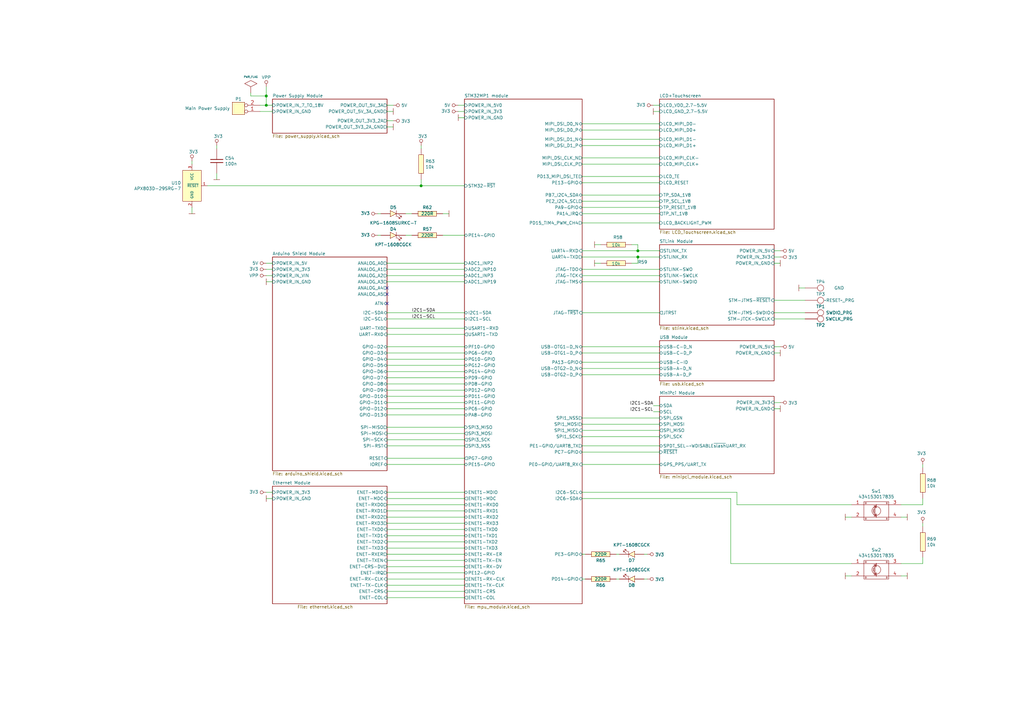
<source format=kicad_sch>
(kicad_sch (version 20210406) (generator eeschema)
  (paper "A3")
  (title_block (title "stm32mp1-custom-devboard") (date "2020-12-19") (rev "V1.0") (company "Embedded System Labs"))
  (lib_symbols
    (symbol "Capacitors_Smd0603:100n" (pin_numbers hide) (pin_names (offset 0.254))
      (property "Reference" "C" (at 1.27 2.54 0))
      (property "Value" "100n" (at 1.27 -2.54 0))
      (symbol "100n_0_1"
        (polyline (pts (xy 2.54 -0.635) (xy -2.54 -0.635) (xy -2.54 -0.635)) (stroke (width 0.3048)))
        (polyline (pts (xy 2.54 0.635) (xy -2.54 0.635) (xy -2.54 0.635)) (stroke (width 0.3048)))
      )
      (symbol "100n_1_1"
        (pin passive line (at 0 5.08 270) (length 4.4704) (name "~") (number "1"))
        (pin passive line (at 0 -5.08 90) (length 4.4704) (name "~") (number "2"))
      )
    )
    (symbol "Diodes:KPG-1608SURKC-T" (pin_numbers hide) (pin_names (offset 0) hide)
      (property "Reference" "D" (at 0 2.54 0))
      (property "Value" "KPG-1608SURKC-T" (at 0 -3.81 0))
      (symbol "KPG-1608SURKC-T_1_1"
        (polyline (pts (xy -1.27 1.27) (xy -1.27 -1.27)))
        (polyline (pts (xy 1.27 1.27) (xy 1.27 -1.27)))
        (polyline (pts (xy 2.794 -2.032) (xy 2.159 -1.905)))
        (polyline (pts (xy 3.429 -1.397) (xy 2.794 -1.27)))
        (polyline (pts (xy 1.651 -1.016) (xy 2.794 -2.032) (xy 2.667 -1.397)))
        (polyline (pts (xy 2.286 -0.381) (xy 3.429 -1.397) (xy 3.302 -0.762)))
        (polyline (pts (xy -1.27 1.27) (xy 1.27 0) (xy -1.27 -1.27)) (fill (type background)))
        (pin passive line (at -5.08 0 0) (length 3.81) (name "A") (number "1"))
        (pin passive line (at 5.08 0 180) (length 3.81) (name "K") (number "2"))
      )
    )
    (symbol "Diodes:KPT-1608CGCK" (pin_numbers hide) (pin_names (offset 0) hide)
      (property "Reference" "D" (at 0 3.81 0))
      (property "Value" "KPT-1608CGCK" (at 0 -3.81 0))
      (symbol "KPT-1608CGCK_1_1"
        (polyline (pts (xy -1.27 1.27) (xy -1.27 -1.27)))
        (polyline (pts (xy 1.27 1.27) (xy 1.27 -1.27)))
        (polyline (pts (xy 2.794 -2.032) (xy 2.159 -1.905)))
        (polyline (pts (xy 3.429 -1.397) (xy 2.794 -1.27)))
        (polyline (pts (xy 1.651 -1.016) (xy 2.794 -2.032) (xy 2.667 -1.397)))
        (polyline (pts (xy 2.286 -0.381) (xy 3.429 -1.397) (xy 3.302 -0.762)))
        (polyline (pts (xy -1.27 1.27) (xy 1.27 0) (xy -1.27 -1.27)) (fill (type background)))
        (pin passive line (at -5.08 0 0) (length 3.81) (name "A") (number "1"))
        (pin passive line (at 5.08 0 180) (length 3.81) (name "K") (number "2"))
      )
    )
    (symbol "Microswitches:434153017835" (pin_names (offset 1.016))
      (property "Reference" "Sw" (at 0 -5.08 0))
      (property "Value" "434153017835" (at 0 6.35 0))
      (symbol "434153017835_1_1"
        (circle (center -4.318 -3.175) (radius 0.2794))
        (circle (center -4.318 3.175) (radius 0.2794))
        (circle (center 0 -2.54) (radius 0.1016))
        (circle (center 0 0) (radius 1.8034))
        (circle (center 0 2.54) (radius 0.1016))
        (circle (center 4.318 -3.175) (radius 0.2794))
        (circle (center 4.318 3.175) (radius 0.2794))
        (rectangle (start -5.08 3.81) (end 5.08 -3.81))
        (polyline (pts (xy -5.08 -2.54) (xy 5.08 -2.54)))
        (polyline (pts (xy -5.08 2.54) (xy 5.08 2.54)))
        (polyline (pts (xy 0 -2.54) (xy 0 -1.27)))
        (polyline (pts (xy 0 2.54) (xy 0 1.27)))
        (polyline (pts (xy -0.889 -0.508) (xy -1.27 -0.508) (xy -1.27 0.508) (xy -0.889 0.508)))
        (polyline (pts (xy 0 -1.27) (xy -0.254 -1.27) (xy -0.254 -2.159) (xy 0 -2.159)))
        (polyline (pts (xy 0 1.27) (xy -0.254 1.27) (xy -0.254 2.159) (xy 0 2.159)))
        (polyline (pts (xy -0.508 -2.159) (xy -0.508 2.159) (xy -0.889 2.159) (xy -0.889 -2.159) (xy -0.508 -2.159)))
        (pin input line (at -10.16 2.54 0) (length 5.08) (name "~") (number "1"))
        (pin input line (at -10.16 -2.54 0) (length 5.08) (name "~") (number "2"))
        (pin input line (at 10.16 2.54 180) (length 5.08) (name "~") (number "3"))
        (pin input line (at 10.16 -2.54 180) (length 5.08) (name "~") (number "4"))
      )
    )
    (symbol "Reset_Devices_Diodes:APX803D-29SRG-7" (pin_names (offset 1.016))
      (property "Reference" "U" (at -5.08 1.27 0))
      (property "Value" "APX803D-29SRG-7" (at -13.97 -1.27 0))
      (symbol "APX803D-29SRG-7_1_1"
        (rectangle (start 3.81 -6.35) (end -3.81 6.35) (fill (type background)))
        (pin output line (at 6.35 0 180) (length 2.54) (name "~RESET") (number "1"))
        (pin power_in line (at 0 -8.89 90) (length 2.54) (name "GND") (number "2"))
        (pin power_in line (at 0 8.89 270) (length 2.54) (name "VCC") (number "3"))
      )
    )
    (symbol "Resistors_Smd0603:10k" (pin_numbers hide) (pin_names (offset 0))
      (property "Reference" "R" (at 2.032 0 90))
      (property "Value" "10k" (at -2.54 0 90))
      (symbol "10k_0_1"
        (rectangle (start -1.016 3.81) (end 1.016 -3.81) (fill (type background)))
      )
      (symbol "10k_1_1"
        (pin passive line (at 0 6.35 270) (length 2.54) (name "~") (number "1"))
        (pin passive line (at 0 -6.35 90) (length 2.54) (name "~") (number "2"))
      )
    )
    (symbol "Resistors_Smd0603:220R" (pin_numbers hide) (pin_names (offset 1.016))
      (property "Reference" "R" (at -2.54 0 90))
      (property "Value" "220R" (at 2.54 0 90))
      (symbol "220R_1_1"
        (rectangle (start -1.016 3.81) (end 1.016 -3.81) (fill (type background)))
        (pin passive line (at 0 6.35 270) (length 2.54) (name "~") (number "1"))
        (pin passive line (at 0 -6.35 90) (length 2.54) (name "~") (number "2"))
      )
    )
    (symbol "Smd_Connectors:2060-452_998-404" (pin_names (offset 0.762) hide)
      (property "Reference" "P" (at 0 3.81 0))
      (property "Value" "2060-452_998-404" (at 3.81 0 90))
      (symbol "2060-452_998-404_0_1"
        (rectangle (start -2.54 2.54) (end 2.54 -2.54) (fill (type background)))
      )
      (symbol "2060-452_998-404_1_1"
        (pin passive inverted (at -8.89 1.27 0) (length 6.35) (name "1") (number "1"))
        (pin passive inverted (at -8.89 -1.27 0) (length 6.35) (name "2") (number "2"))
      )
    )
    (symbol "Test_Points:Test_Point_2.54mm" (pin_numbers hide) (pin_names (offset 1.016) hide)
      (property "Reference" "TP" (at 0 -2.54 0))
      (property "Value" "Test_Point_2.54mm" (at 0 2.54 0))
      (symbol "Test_Point_2.54mm_1_1"
        (circle (center 0 0) (radius 1.27))
        (pin passive line (at 6.35 0 180) (length 5.08) (name "TP") (number "1"))
      )
    )
    (symbol "power:3V3" (power) (pin_names (offset 0))
      (property "Value" "3V3" (at 0 3.81 0))
      (symbol "3V3_0_0"
        (pin power_in line (at 0 0 90) (length 0) hide (name "3V3") (number "1"))
      )
      (symbol "3V3_0_1"
        (circle (center 0 1.905) (radius 0.635))
        (polyline (pts (xy 0 1.27) (xy 0 0)))
      )
    )
    (symbol "power:5V" (power) (pin_names (offset 0))
      (property "Value" "5V" (at 0 3.81 0))
      (symbol "5V_0_0"
        (pin power_in line (at 0 0 90) (length 0) hide (name "5V") (number "1"))
      )
      (symbol "5V_0_1"
        (circle (center 0 1.905) (radius 0.635))
        (polyline (pts (xy 0 1.27) (xy 0 0)))
      )
    )
    (symbol "power:GND" (power) (pin_names (offset 0))
      (symbol "GND_0_1"
        (polyline (pts (xy -1.27 0) (xy 1.27 0)))
      )
      (symbol "GND_1_1"
        (pin power_in line (at 0 0 180) (length 0) hide (name "GND") (number "1"))
      )
    )
    (symbol "power:PWR_FLAG" (power) (pin_numbers hide) (pin_names (offset 0) hide)
      (property "Value" "PWR_FLAG" (at 0 5.842 0))
      (symbol "PWR_FLAG_0_0"
        (pin power_out line (at 0 0 90) (length 0) (name "pwr") (number "1"))
      )
      (symbol "PWR_FLAG_0_1"
        (polyline (pts (xy 0 0) (xy 0 2.54) (xy 0 2.54)))
        (polyline (pts (xy 0 2.54) (xy -2.54 3.81) (xy 0 5.08) (xy 2.54 3.81) (xy 0 2.54)))
      )
    )
    (symbol "power:VPP" (power) (pin_names (offset 0))
      (property "Value" "VPP" (at 0 3.81 0))
      (symbol "VPP_0_0"
        (pin power_in line (at 0 0 90) (length 0) hide (name "VPP") (number "1"))
      )
      (symbol "VPP_0_1"
        (circle (center 0 1.905) (radius 0.635))
        (polyline (pts (xy 0 1.27) (xy 0 0)))
      )
    )
  )
  (junction (at 109.22 39.37) (diameter 1.016))
  (junction (at 109.22 43.18) (diameter 1.016))
  (junction (at 172.72 76.2) (diameter 1.016))
  (junction (at 261.62 102.87) (diameter 1.016))
  (junction (at 261.62 105.41) (diameter 1.016))
  (no_connect (at 158.75 118.11))
  (no_connect (at 158.75 120.65))
  (no_connect (at 158.75 124.46))
  (wire (pts (xy 78.74 67.31) (xy 78.74 66.04)))
  (wire (pts (xy 78.74 85.09) (xy 78.74 87.63)))
  (wire (pts (xy 88.9 59.69) (xy 88.9 60.96)))
  (wire (pts (xy 88.9 71.12) (xy 88.9 73.66)))
  (wire (pts (xy 102.87 38.1) (xy 102.87 39.37)))
  (wire (pts (xy 102.87 39.37) (xy 109.22 39.37)))
  (wire (pts (xy 106.68 43.18) (xy 109.22 43.18)))
  (wire (pts (xy 106.68 45.72) (xy 111.76 45.72)))
  (wire (pts (xy 109.22 39.37) (xy 109.22 35.56)))
  (wire (pts (xy 109.22 43.18) (xy 109.22 39.37)))
  (wire (pts (xy 109.22 43.18) (xy 111.76 43.18)))
  (wire (pts (xy 109.22 201.93) (xy 111.76 201.93)))
  (wire (pts (xy 111.76 107.95) (xy 109.22 107.95)))
  (wire (pts (xy 111.76 110.49) (xy 109.22 110.49)))
  (wire (pts (xy 111.76 113.03) (xy 109.22 113.03)))
  (wire (pts (xy 111.76 115.57) (xy 109.22 115.57)))
  (wire (pts (xy 111.76 204.47) (xy 109.22 204.47)))
  (wire (pts (xy 156.21 87.63) (xy 154.94 87.63)))
  (wire (pts (xy 156.21 96.52) (xy 154.94 96.52)))
  (wire (pts (xy 158.75 45.72) (xy 161.29 45.72)))
  (wire (pts (xy 158.75 52.07) (xy 161.29 52.07)))
  (wire (pts (xy 158.75 107.95) (xy 190.5 107.95)))
  (wire (pts (xy 158.75 110.49) (xy 190.5 110.49)))
  (wire (pts (xy 158.75 113.03) (xy 190.5 113.03)))
  (wire (pts (xy 158.75 115.57) (xy 190.5 115.57)))
  (wire (pts (xy 158.75 128.27) (xy 190.5 128.27)))
  (wire (pts (xy 158.75 130.81) (xy 190.5 130.81)))
  (wire (pts (xy 158.75 134.62) (xy 190.5 134.62)))
  (wire (pts (xy 158.75 137.16) (xy 190.5 137.16)))
  (wire (pts (xy 158.75 142.24) (xy 190.5 142.24)))
  (wire (pts (xy 158.75 144.78) (xy 190.5 144.78)))
  (wire (pts (xy 158.75 147.32) (xy 190.5 147.32)))
  (wire (pts (xy 158.75 149.86) (xy 190.5 149.86)))
  (wire (pts (xy 158.75 152.4) (xy 190.5 152.4)))
  (wire (pts (xy 158.75 154.94) (xy 190.5 154.94)))
  (wire (pts (xy 158.75 157.48) (xy 190.5 157.48)))
  (wire (pts (xy 158.75 160.02) (xy 190.5 160.02)))
  (wire (pts (xy 158.75 162.56) (xy 190.5 162.56)))
  (wire (pts (xy 158.75 165.1) (xy 190.5 165.1)))
  (wire (pts (xy 158.75 167.64) (xy 190.5 167.64)))
  (wire (pts (xy 158.75 170.18) (xy 190.5 170.18)))
  (wire (pts (xy 158.75 175.26) (xy 190.5 175.26)))
  (wire (pts (xy 158.75 177.8) (xy 190.5 177.8)))
  (wire (pts (xy 158.75 180.34) (xy 190.5 180.34)))
  (wire (pts (xy 158.75 182.88) (xy 190.5 182.88)))
  (wire (pts (xy 158.75 187.96) (xy 190.5 187.96)))
  (wire (pts (xy 158.75 190.5) (xy 190.5 190.5)))
  (wire (pts (xy 158.75 201.93) (xy 190.5 201.93)))
  (wire (pts (xy 158.75 204.47) (xy 190.5 204.47)))
  (wire (pts (xy 158.75 207.01) (xy 190.5 207.01)))
  (wire (pts (xy 158.75 209.55) (xy 190.5 209.55)))
  (wire (pts (xy 158.75 212.09) (xy 190.5 212.09)))
  (wire (pts (xy 158.75 214.63) (xy 190.5 214.63)))
  (wire (pts (xy 158.75 217.17) (xy 190.5 217.17)))
  (wire (pts (xy 158.75 219.71) (xy 190.5 219.71)))
  (wire (pts (xy 158.75 222.25) (xy 190.5 222.25)))
  (wire (pts (xy 158.75 224.79) (xy 190.5 224.79)))
  (wire (pts (xy 158.75 227.33) (xy 190.5 227.33)))
  (wire (pts (xy 158.75 229.87) (xy 190.5 229.87)))
  (wire (pts (xy 158.75 232.41) (xy 190.5 232.41)))
  (wire (pts (xy 158.75 234.95) (xy 190.5 234.95)))
  (wire (pts (xy 158.75 237.49) (xy 190.5 237.49)))
  (wire (pts (xy 158.75 240.03) (xy 190.5 240.03)))
  (wire (pts (xy 158.75 242.57) (xy 190.5 242.57)))
  (wire (pts (xy 158.75 245.11) (xy 190.5 245.11)))
  (wire (pts (xy 161.29 43.18) (xy 158.75 43.18)))
  (wire (pts (xy 161.29 49.53) (xy 158.75 49.53)))
  (wire (pts (xy 168.91 87.63) (xy 166.37 87.63)))
  (wire (pts (xy 168.91 96.52) (xy 166.37 96.52)))
  (wire (pts (xy 172.72 60.96) (xy 172.72 59.69)))
  (wire (pts (xy 172.72 73.66) (xy 172.72 76.2)))
  (wire (pts (xy 172.72 76.2) (xy 85.09 76.2)))
  (wire (pts (xy 181.61 87.63) (xy 184.15 87.63)))
  (wire (pts (xy 181.61 96.52) (xy 190.5 96.52)))
  (wire (pts (xy 190.5 43.18) (xy 187.96 43.18)))
  (wire (pts (xy 190.5 45.72) (xy 187.96 45.72)))
  (wire (pts (xy 190.5 48.26) (xy 187.96 48.26)))
  (wire (pts (xy 190.5 76.2) (xy 172.72 76.2)))
  (wire (pts (xy 238.76 74.93) (xy 270.51 74.93)))
  (wire (pts (xy 238.76 148.59) (xy 270.51 148.59)))
  (wire (pts (xy 238.76 151.13) (xy 270.51 151.13)))
  (wire (pts (xy 238.76 153.67) (xy 270.51 153.67)))
  (wire (pts (xy 238.76 182.88) (xy 270.51 182.88)))
  (wire (pts (xy 238.76 185.42) (xy 270.51 185.42)))
  (wire (pts (xy 238.76 190.5) (xy 270.51 190.5)))
  (wire (pts (xy 238.76 204.47) (xy 299.72 204.47)))
  (wire (pts (xy 238.76 227.33) (xy 240.03 227.33)))
  (wire (pts (xy 238.76 237.49) (xy 240.03 237.49)))
  (wire (pts (xy 246.38 100.33) (xy 243.84 100.33)))
  (wire (pts (xy 246.38 107.95) (xy 243.84 107.95)))
  (wire (pts (xy 252.73 227.33) (xy 254 227.33)))
  (wire (pts (xy 252.73 237.49) (xy 254 237.49)))
  (wire (pts (xy 259.08 100.33) (xy 261.62 100.33)))
  (wire (pts (xy 259.08 107.95) (xy 261.62 107.95)))
  (wire (pts (xy 261.62 100.33) (xy 261.62 102.87)))
  (wire (pts (xy 261.62 102.87) (xy 238.76 102.87)))
  (wire (pts (xy 261.62 105.41) (xy 238.76 105.41)))
  (wire (pts (xy 261.62 107.95) (xy 261.62 105.41)))
  (wire (pts (xy 264.16 227.33) (xy 265.43 227.33)))
  (wire (pts (xy 264.16 237.49) (xy 265.43 237.49)))
  (wire (pts (xy 267.97 43.18) (xy 270.51 43.18)))
  (wire (pts (xy 267.97 166.37) (xy 270.51 166.37)))
  (wire (pts (xy 267.97 168.91) (xy 270.51 168.91)))
  (wire (pts (xy 270.51 45.72) (xy 267.97 45.72)))
  (wire (pts (xy 270.51 50.8) (xy 238.76 50.8)))
  (wire (pts (xy 270.51 53.34) (xy 238.76 53.34)))
  (wire (pts (xy 270.51 57.15) (xy 238.76 57.15)))
  (wire (pts (xy 270.51 59.69) (xy 238.76 59.69)))
  (wire (pts (xy 270.51 64.77) (xy 238.76 64.77)))
  (wire (pts (xy 270.51 67.31) (xy 238.76 67.31)))
  (wire (pts (xy 270.51 72.39) (xy 238.76 72.39)))
  (wire (pts (xy 270.51 80.01) (xy 238.76 80.01)))
  (wire (pts (xy 270.51 82.55) (xy 238.76 82.55)))
  (wire (pts (xy 270.51 85.09) (xy 238.76 85.09)))
  (wire (pts (xy 270.51 87.63) (xy 238.76 87.63)))
  (wire (pts (xy 270.51 91.44) (xy 238.76 91.44)))
  (wire (pts (xy 270.51 102.87) (xy 261.62 102.87)))
  (wire (pts (xy 270.51 105.41) (xy 261.62 105.41)))
  (wire (pts (xy 270.51 110.49) (xy 238.76 110.49)))
  (wire (pts (xy 270.51 113.03) (xy 238.76 113.03)))
  (wire (pts (xy 270.51 115.57) (xy 238.76 115.57)))
  (wire (pts (xy 270.51 128.27) (xy 238.76 128.27)))
  (wire (pts (xy 270.51 142.24) (xy 238.76 142.24)))
  (wire (pts (xy 270.51 144.78) (xy 238.76 144.78)))
  (wire (pts (xy 270.51 171.45) (xy 238.76 171.45)))
  (wire (pts (xy 270.51 173.99) (xy 238.76 173.99)))
  (wire (pts (xy 270.51 176.53) (xy 238.76 176.53)))
  (wire (pts (xy 270.51 179.07) (xy 238.76 179.07)))
  (wire (pts (xy 299.72 204.47) (xy 299.72 231.14)))
  (wire (pts (xy 299.72 231.14) (xy 349.25 231.14)))
  (wire (pts (xy 302.26 201.93) (xy 238.76 201.93)))
  (wire (pts (xy 302.26 207.01) (xy 302.26 201.93)))
  (wire (pts (xy 302.26 207.01) (xy 349.25 207.01)))
  (wire (pts (xy 317.5 102.87) (xy 320.04 102.87)))
  (wire (pts (xy 317.5 107.95) (xy 320.04 107.95)))
  (wire (pts (xy 317.5 123.19) (xy 330.2 123.19)))
  (wire (pts (xy 317.5 128.27) (xy 330.2 128.27)))
  (wire (pts (xy 317.5 142.24) (xy 320.04 142.24)))
  (wire (pts (xy 317.5 144.78) (xy 320.04 144.78)))
  (wire (pts (xy 317.5 167.64) (xy 320.04 167.64)))
  (wire (pts (xy 320.04 105.41) (xy 317.5 105.41)))
  (wire (pts (xy 320.04 165.1) (xy 317.5 165.1)))
  (wire (pts (xy 330.2 118.11) (xy 327.66 118.11)))
  (wire (pts (xy 330.2 130.81) (xy 317.5 130.81)))
  (wire (pts (xy 349.25 212.09) (xy 346.71 212.09)))
  (wire (pts (xy 349.25 236.22) (xy 346.71 236.22)))
  (wire (pts (xy 369.57 207.01) (xy 378.46 207.01)))
  (wire (pts (xy 369.57 212.09) (xy 372.11 212.09)))
  (wire (pts (xy 369.57 231.14) (xy 378.46 231.14)))
  (wire (pts (xy 369.57 236.22) (xy 372.11 236.22)))
  (wire (pts (xy 378.46 190.5) (xy 378.46 191.77)))
  (wire (pts (xy 378.46 207.01) (xy 378.46 204.47)))
  (wire (pts (xy 378.46 214.63) (xy 378.46 215.9)))
  (wire (pts (xy 378.46 231.14) (xy 378.46 228.6)))
  (label "I2C1-SDA" (at 168.91 128.27 0))
  (label "I2C1-SCL" (at 168.91 130.81 0))
  (label "I2C1-SDA" (at 267.97 166.37 180))
  (label "I2C1-SCL" (at 267.97 168.91 180))
  (symbol (lib_id "power:GND") (at 78.74 87.63 180) (unit 1)
    (property "Reference" "#PWR0188" (effects hide))
    (property "Value" "GND" (effects hide))
  )
  (symbol (lib_id "power:GND") (at 88.9 73.66 0) (unit 1)
    (property "Reference" "#PWR0190" (effects hide))
    (property "Value" "GND" (effects hide))
  )
  (symbol (lib_id "power:GND") (at 109.22 115.57 90) (unit 1)
    (property "Reference" "#PWR0167" (effects hide))
    (property "Value" "GND" (effects hide))
  )
  (symbol (lib_id "power:GND") (at 109.22 204.47 90) (unit 1)
    (property "Reference" "#PWR0142" (effects hide))
    (property "Value" "GND" (effects hide))
  )
  (symbol (lib_id "power:GND") (at 161.29 45.72 270) (unit 1)
    (property "Reference" "#PWR0109" (effects hide))
    (property "Value" "GND" (effects hide))
  )
  (symbol (lib_id "power:GND") (at 161.29 52.07 270) (unit 1)
    (property "Reference" "#PWR0110" (effects hide))
    (property "Value" "GND" (effects hide))
  )
  (symbol (lib_id "power:GND") (at 184.15 87.63 90) (unit 1)
    (property "Reference" "#PWR0196" (effects hide))
    (property "Value" "GND" (effects hide))
  )
  (symbol (lib_id "power:GND") (at 187.96 48.26 90) (unit 1)
    (property "Reference" "#PWR0115" (effects hide))
    (property "Value" "GND" (effects hide))
  )
  (symbol (lib_id "power:GND") (at 243.84 100.33 270) (unit 1)
    (property "Reference" "#PWR0200" (effects hide))
    (property "Value" "GND" (effects hide))
  )
  (symbol (lib_id "power:GND") (at 243.84 107.95 270) (unit 1)
    (property "Reference" "#PWR0208" (effects hide))
    (property "Value" "GND" (effects hide))
  )
  (symbol (lib_id "power:GND") (at 267.97 45.72 90) (unit 1)
    (property "Reference" "#PWR0112" (effects hide))
    (property "Value" "GND" (effects hide))
  )
  (symbol (lib_id "power:GND") (at 320.04 107.95 270) (unit 1)
    (property "Reference" "#PWR0141" (effects hide))
    (property "Value" "GND" (effects hide))
  )
  (symbol (lib_id "power:GND") (at 320.04 144.78 270) (unit 1)
    (property "Reference" "#PWR0165" (effects hide))
    (property "Value" "GND" (effects hide))
  )
  (symbol (lib_id "power:GND") (at 320.04 167.64 270) (unit 1)
    (property "Reference" "#PWR0186" (effects hide))
    (property "Value" "GND" (effects hide))
  )
  (symbol (lib_id "power:GND") (at 327.66 118.11 90) (unit 1)
    (property "Reference" "#PWR0108" (effects hide))
    (property "Value" "GND" (effects hide))
  )
  (symbol (lib_id "power:GND") (at 346.71 212.09 90) (unit 1)
    (property "Reference" "#PWR0203" (effects hide))
    (property "Value" "GND" (effects hide))
  )
  (symbol (lib_id "power:GND") (at 346.71 236.22 90) (unit 1)
    (property "Reference" "#PWR0205" (effects hide))
    (property "Value" "GND" (effects hide))
  )
  (symbol (lib_id "power:GND") (at 372.11 212.09 270) (unit 1)
    (property "Reference" "#PWR0202" (effects hide))
    (property "Value" "GND" (effects hide))
  )
  (symbol (lib_id "power:GND") (at 372.11 236.22 270) (unit 1)
    (property "Reference" "#PWR0206" (effects hide))
    (property "Value" "GND" (effects hide))
  )
  (symbol (lib_id "power:3V3") (at 78.74 66.04 0) (unit 1)
    (property "Reference" "#PWR0189" (effects hide))
    (property "Value" "3V3" (at 77.47 62.23 0) (effects (justify left)))
  )
  (symbol (lib_id "power:3V3") (at 88.9 59.69 0) (unit 1)
    (property "Reference" "#PWR0191" (effects hide))
    (property "Value" "3V3" (at 87.63 55.88 0) (effects (justify left)))
  )
  (symbol (lib_id "power:VPP") (at 109.22 35.56 0) (unit 1)
    (property "Reference" "#PWR0169" (effects hide))
    (property "Value" "VPP" (at 109.22 31.75 0))
  )
  (symbol (lib_id "power:5V") (at 109.22 107.95 90) (unit 1)
    (property "Reference" "#PWR0166" (effects hide))
    (property "Value" "5V" (at 105.9688 107.9246 90) (effects (justify left)))
  )
  (symbol (lib_id "power:3V3") (at 109.22 110.49 90) (unit 1)
    (property "Reference" "#PWR0168" (effects hide))
    (property "Value" "3V3" (at 105.9688 110.3376 90) (effects (justify left)))
  )
  (symbol (lib_id "power:VPP") (at 109.22 113.03 90) (unit 1)
    (property "Reference" "#PWR0170" (effects hide))
    (property "Value" "VPP" (at 104.14 113.03 90))
  )
  (symbol (lib_id "power:3V3") (at 109.22 201.93 90) (unit 1)
    (property "Reference" "#PWR0143" (effects hide))
    (property "Value" "3V3" (at 105.9688 201.7776 90) (effects (justify left)))
  )
  (symbol (lib_id "power:3V3") (at 154.94 87.63 90) (unit 1)
    (property "Reference" "#PWR0195" (effects hide))
    (property "Value" "3V3" (at 151.6888 87.4776 90) (effects (justify left)))
  )
  (symbol (lib_id "power:3V3") (at 154.94 96.52 90) (unit 1)
    (property "Reference" "#PWR0117" (effects hide))
    (property "Value" "3V3" (at 151.6888 96.3676 90) (effects (justify left)))
  )
  (symbol (lib_id "power:5V") (at 161.29 43.18 270) (unit 1)
    (property "Reference" "#PWR0101" (effects hide))
    (property "Value" "5V" (at 164.5412 43.2054 90) (effects (justify left)))
  )
  (symbol (lib_id "power:3V3") (at 161.29 49.53 270) (unit 1)
    (property "Reference" "#PWR0111" (effects hide))
    (property "Value" "3V3" (at 164.5412 49.6824 90) (effects (justify left)))
  )
  (symbol (lib_id "power:3V3") (at 172.72 59.69 0) (unit 1)
    (property "Reference" "#PWR0197" (effects hide))
    (property "Value" "3V3" (at 171.45 55.88 0) (effects (justify left)))
  )
  (symbol (lib_id "power:5V") (at 187.96 43.18 90) (unit 1)
    (property "Reference" "#PWR0114" (effects hide))
    (property "Value" "5V" (at 184.7088 43.1546 90) (effects (justify left)))
  )
  (symbol (lib_id "power:3V3") (at 187.96 45.72 90) (unit 1)
    (property "Reference" "#PWR0116" (effects hide))
    (property "Value" "3V3" (at 184.7088 45.5676 90) (effects (justify left)))
  )
  (symbol (lib_id "power:3V3") (at 265.43 227.33 270) (unit 1)
    (property "Reference" "#PWR0199" (effects hide))
    (property "Value" "3V3" (at 268.6812 227.4824 90) (effects (justify left)))
  )
  (symbol (lib_id "power:3V3") (at 265.43 237.49 270) (unit 1)
    (property "Reference" "#PWR0201" (effects hide))
    (property "Value" "3V3" (at 268.6812 237.6424 90) (effects (justify left)))
  )
  (symbol (lib_id "power:3V3") (at 267.97 43.18 90) (unit 1)
    (property "Reference" "#PWR0113" (effects hide))
    (property "Value" "3V3" (at 264.7188 43.0276 90) (effects (justify left)))
  )
  (symbol (lib_id "power:5V") (at 320.04 102.87 270) (unit 1)
    (property "Reference" "#PWR0140" (effects hide))
    (property "Value" "5V" (at 323.2912 102.8954 90) (effects (justify left)))
  )
  (symbol (lib_id "power:3V3") (at 320.04 105.41 270) (unit 1)
    (property "Reference" "#PWR0194" (effects hide))
    (property "Value" "3V3" (at 323.2912 105.5624 90) (effects (justify left)))
  )
  (symbol (lib_id "power:5V") (at 320.04 142.24 270) (unit 1)
    (property "Reference" "#PWR0164" (effects hide))
    (property "Value" "5V" (at 323.2912 142.2654 90) (effects (justify left)))
  )
  (symbol (lib_id "power:3V3") (at 320.04 165.1 270) (unit 1)
    (property "Reference" "#PWR0187" (effects hide))
    (property "Value" "3V3" (at 323.2912 165.2524 90) (effects (justify left)))
  )
  (symbol (lib_id "power:3V3") (at 378.46 190.5 0) (unit 1)
    (property "Reference" "#PWR0204" (effects hide))
    (property "Value" "3V3" (at 376.0724 185.9788 0) (effects (justify left)))
  )
  (symbol (lib_id "power:3V3") (at 378.46 214.63 0) (unit 1)
    (property "Reference" "#PWR0207" (effects hide))
    (property "Value" "3V3" (at 376.0724 210.1088 0) (effects (justify left)))
  )
  (symbol (lib_id "Test_Points:Test_Point_2.54mm") (at 336.55 118.11 180) (unit 1)
    (property "Reference" "TP4" (at 336.55 115.57 0))
    (property "Value" "GND" (at 344.17 118.11 0))
    (property "Footprint" "Test_Points:Test_Point_2.54mm" (effects hide))
  )
  (symbol (lib_id "Test_Points:Test_Point_2.54mm") (at 336.55 123.19 180) (unit 1)
    (property "Reference" "TP3" (at 336.55 120.65 0))
    (property "Value" "~RESET~_PRG" (at 344.17 123.19 0))
    (property "Footprint" "Test_Points:Test_Point_2.54mm" (effects hide))
  )
  (symbol (lib_id "Test_Points:Test_Point_2.54mm") (at 336.55 128.27 180) (unit 1)
    (property "Reference" "TP1" (at 336.55 125.73 0))
    (property "Value" "SWDIO_PRG" (at 344.17 128.27 0))
    (property "Footprint" "Test_Points:Test_Point_2.54mm" (effects hide))
  )
  (symbol (lib_id "Test_Points:Test_Point_2.54mm") (at 336.55 130.81 180) (unit 1)
    (property "Reference" "TP2" (at 336.55 133.35 0))
    (property "Value" "SWCLK_PRG" (at 344.17 130.81 0))
    (property "Footprint" "Test_Points:Test_Point_2.54mm" (effects hide))
  )
  (symbol (lib_id "Resistors_Smd0603:10k") (at 172.72 67.31 0) (unit 1)
    (property "Reference" "R63" (at 174.4472 66.1416 0) (effects (justify left)))
    (property "Value" "10k" (at 174.4472 68.453 0) (effects (justify left)))
    (property "Footprint" "Resistor_Smd_0603:10k_0603" (effects hide))
    (property "Datasheet" "Resistors/Smd_0603/Components_Documentation/Vishay_Resistors_SM0603.pdf" (effects hide))
    (property "Manufacturer" "ROYAL OHM" (effects hide))
    (property "Manufacturer Part Number" "0603SAJ0103T5E" (effects hide))
    (property "Supplier" "TME" (effects hide))
    (property "Supplier Part Number" "SMD0603-10K" (effects hide))
    (property "URL" "https://www.tme.eu/pl/details/smd0603-10k/rezystory-smd-0603/royal-ohm/0603saj0103t5e/" (effects hide))
    (property "Price@1pc" "0,04560" (effects hide))
    (property "Price@1000pcs" "0,01111" (effects hide))
    (property "Developer" "MW" (effects hide))
    (property "Package" "0603" (effects hide))
  )
  (symbol (lib_id "Resistors_Smd0603:220R") (at 175.26 87.63 270) (unit 1)
    (property "Reference" "R62" (at 175.26 85.09 90))
    (property "Value" "220R" (at 175.26 87.63 90))
    (property "Footprint" "Resistor_Smd_0603:220R_0603" (effects hide))
    (property "Datasheet" "https://www.tme.eu/Document/ec37243ca557adb02ebafc5c1ab83104/CQ%20datasheet.pdf" (effects hide))
    (property "Manufacturer" "Royal Ohm" (effects hide))
    (property "Manufacturer Part Number" "CQ03SAF2203T5E" (effects hide))
    (property "Supplier" "Tme" (effects hide))
    (property "Supplier Part Number" "CQ0603-220K-1%" (effects hide))
    (property "URL" "https://www.tme.eu/pl/details/cq0603-220k-1%25/rezystory-smd-0603/royal-ohm/cq03saf2203t5e/" (effects hide))
    (property "Price@1pc" "0,07305" (effects hide))
    (property "Price@1000pcs" "0,03414" (effects hide))
    (property "Developer" "MW" (effects hide))
    (property "Package" "0603" (effects hide))
    (property "LCSC Part #(optional)" "C103414" (effects hide))
  )
  (symbol (lib_id "Resistors_Smd0603:220R") (at 175.26 96.52 270) (unit 1)
    (property "Reference" "R57" (at 175.26 93.98 90))
    (property "Value" "220R" (at 175.26 96.52 90))
    (property "Footprint" "Resistor_Smd_0603:220R_0603" (effects hide))
    (property "Datasheet" "https://www.tme.eu/Document/ec37243ca557adb02ebafc5c1ab83104/CQ%20datasheet.pdf" (effects hide))
    (property "Manufacturer" "Royal Ohm" (effects hide))
    (property "Manufacturer Part Number" "CQ03SAF2203T5E" (effects hide))
    (property "Supplier" "Tme" (effects hide))
    (property "Supplier Part Number" "CQ0603-220K-1%" (effects hide))
    (property "URL" "https://www.tme.eu/pl/details/cq0603-220k-1%25/rezystory-smd-0603/royal-ohm/cq03saf2203t5e/" (effects hide))
    (property "Price@1pc" "0,07305" (effects hide))
    (property "Price@1000pcs" "0,03414" (effects hide))
    (property "Developer" "MW" (effects hide))
    (property "Package" "0603" (effects hide))
    (property "LCSC Part #(optional)" "C103414" (effects hide))
  )
  (symbol (lib_id "Resistors_Smd0603:220R") (at 246.38 227.33 90) (unit 1)
    (property "Reference" "R65" (at 246.38 229.87 90))
    (property "Value" "220R" (at 246.38 227.33 90))
    (property "Footprint" "Resistor_Smd_0603:220R_0603" (effects hide))
    (property "Datasheet" "https://www.tme.eu/Document/ec37243ca557adb02ebafc5c1ab83104/CQ%20datasheet.pdf" (effects hide))
    (property "Manufacturer" "Royal Ohm" (effects hide))
    (property "Manufacturer Part Number" "CQ03SAF2203T5E" (effects hide))
    (property "Supplier" "Tme" (effects hide))
    (property "Supplier Part Number" "CQ0603-220K-1%" (effects hide))
    (property "URL" "https://www.tme.eu/pl/details/cq0603-220k-1%25/rezystory-smd-0603/royal-ohm/cq03saf2203t5e/" (effects hide))
    (property "Price@1pc" "0,07305" (effects hide))
    (property "Price@1000pcs" "0,03414" (effects hide))
    (property "Developer" "MW" (effects hide))
    (property "Package" "0603" (effects hide))
    (property "LCSC Part #(optional)" "C103414" (effects hide))
  )
  (symbol (lib_id "Resistors_Smd0603:220R") (at 246.38 237.49 90) (unit 1)
    (property "Reference" "R66" (at 246.38 240.03 90))
    (property "Value" "220R" (at 246.38 237.49 90))
    (property "Footprint" "Resistor_Smd_0603:220R_0603" (effects hide))
    (property "Datasheet" "https://www.tme.eu/Document/ec37243ca557adb02ebafc5c1ab83104/CQ%20datasheet.pdf" (effects hide))
    (property "Manufacturer" "Royal Ohm" (effects hide))
    (property "Manufacturer Part Number" "CQ03SAF2203T5E" (effects hide))
    (property "Supplier" "Tme" (effects hide))
    (property "Supplier Part Number" "CQ0603-220K-1%" (effects hide))
    (property "URL" "https://www.tme.eu/pl/details/cq0603-220k-1%25/rezystory-smd-0603/royal-ohm/cq03saf2203t5e/" (effects hide))
    (property "Price@1pc" "0,07305" (effects hide))
    (property "Price@1000pcs" "0,03414" (effects hide))
    (property "Developer" "MW" (effects hide))
    (property "Package" "0603" (effects hide))
    (property "LCSC Part #(optional)" "C103414" (effects hide))
  )
  (symbol (lib_id "Resistors_Smd0603:10k") (at 252.73 100.33 90) (unit 1)
    (property "Reference" "R58" (at 255.3716 97.3328 90) (effects (justify left)))
    (property "Value" "10k" (at 254.508 100.5078 90) (effects (justify left)))
    (property "Footprint" "Resistor_Smd_0603:10k_0603" (effects hide))
    (property "Datasheet" "Resistors/Smd_0603/Components_Documentation/Vishay_Resistors_SM0603.pdf" (effects hide))
    (property "Manufacturer" "ROYAL OHM" (effects hide))
    (property "Manufacturer Part Number" "0603SAJ0103T5E" (effects hide))
    (property "Supplier" "TME" (effects hide))
    (property "Supplier Part Number" "SMD0603-10K" (effects hide))
    (property "URL" "https://www.tme.eu/pl/details/smd0603-10k/rezystory-smd-0603/royal-ohm/0603saj0103t5e/" (effects hide))
    (property "Price@1pc" "0,04560" (effects hide))
    (property "Price@1000pcs" "0,01111" (effects hide))
    (property "Developer" "MW" (effects hide))
    (property "Package" "0603" (effects hide))
  )
  (symbol (lib_id "Resistors_Smd0603:10k") (at 252.73 107.95 90) (unit 1)
    (property "Reference" "R59" (at 265.5316 107.4928 90) (effects (justify left)))
    (property "Value" "10k" (at 254.508 108.1278 90) (effects (justify left)))
    (property "Footprint" "Resistor_Smd_0603:10k_0603" (effects hide))
    (property "Datasheet" "Resistors/Smd_0603/Components_Documentation/Vishay_Resistors_SM0603.pdf" (effects hide))
    (property "Manufacturer" "ROYAL OHM" (effects hide))
    (property "Manufacturer Part Number" "0603SAJ0103T5E" (effects hide))
    (property "Supplier" "TME" (effects hide))
    (property "Supplier Part Number" "SMD0603-10K" (effects hide))
    (property "URL" "https://www.tme.eu/pl/details/smd0603-10k/rezystory-smd-0603/royal-ohm/0603saj0103t5e/" (effects hide))
    (property "Price@1pc" "0,04560" (effects hide))
    (property "Price@1000pcs" "0,01111" (effects hide))
    (property "Developer" "MW" (effects hide))
    (property "Package" "0603" (effects hide))
  )
  (symbol (lib_id "Resistors_Smd0603:10k") (at 378.46 198.12 0) (unit 1)
    (property "Reference" "R68" (at 380.1111 196.9706 0) (effects (justify left)))
    (property "Value" "10k" (at 380.1111 199.2693 0) (effects (justify left)))
    (property "Footprint" "Resistor_Smd_0603:10k_0603" (effects hide))
    (property "Datasheet" "Resistors/Smd_0603/Components_Documentation/Vishay_Resistors_SM0603.pdf" (effects hide))
    (property "Manufacturer" "ROYAL OHM" (effects hide))
    (property "Manufacturer Part Number" "0603SAJ0103T5E" (effects hide))
    (property "Supplier" "TME" (effects hide))
    (property "Supplier Part Number" "SMD0603-10K" (effects hide))
    (property "URL" "https://www.tme.eu/pl/details/smd0603-10k/rezystory-smd-0603/royal-ohm/0603saj0103t5e/" (effects hide))
    (property "Price@1pc" "0,04560" (effects hide))
    (property "Price@1000pcs" "0,01111" (effects hide))
    (property "Developer" "MW" (effects hide))
    (property "Package" "0603" (effects hide))
  )
  (symbol (lib_id "Resistors_Smd0603:10k") (at 378.46 222.25 0) (unit 1)
    (property "Reference" "R69" (at 380.1111 221.1006 0) (effects (justify left)))
    (property "Value" "10k" (at 380.1111 223.3993 0) (effects (justify left)))
    (property "Footprint" "Resistor_Smd_0603:10k_0603" (effects hide))
    (property "Datasheet" "Resistors/Smd_0603/Components_Documentation/Vishay_Resistors_SM0603.pdf" (effects hide))
    (property "Manufacturer" "ROYAL OHM" (effects hide))
    (property "Manufacturer Part Number" "0603SAJ0103T5E" (effects hide))
    (property "Supplier" "TME" (effects hide))
    (property "Supplier Part Number" "SMD0603-10K" (effects hide))
    (property "URL" "https://www.tme.eu/pl/details/smd0603-10k/rezystory-smd-0603/royal-ohm/0603saj0103t5e/" (effects hide))
    (property "Price@1pc" "0,04560" (effects hide))
    (property "Price@1000pcs" "0,01111" (effects hide))
    (property "Developer" "MW" (effects hide))
    (property "Package" "0603" (effects hide))
  )
  (symbol (lib_id "power:PWR_FLAG") (at 102.87 38.1 0) (unit 1)
    (property "Reference" "#FLG0106" (effects hide))
    (property "Value" "PWR_FLAG" (at 102.87 31.5468 0) (effects (font (size 0.762 0.762))))
  )
  (symbol (lib_id "Diodes:KPG-1608SURKC-T") (at 161.29 87.63 0) (unit 1)
    (property "Reference" "D5" (at 161.29 85.09 0))
    (property "Value" "KPG-1608SURKC-T" (at 161.29 91.44 0))
    (property "Footprint" "Diodes:LED_KPG-1608SURKC-T" (effects hide))
    (property "Datasheet" "https://www.tme.eu/Document/d1801a08836278504c2ab877cf18852c/KPG-1608SURKC-T.pdf" (effects hide))
    (property "Manufacturer" "	KINGBRIGHT ELECTRONIC" (effects hide))
    (property "Manufacturer Part Number" "KPG-1608SURKC-T" (effects hide))
    (property "Supplier" "TME" (effects hide))
    (property "Supplier Part Number" "KPG-1608SURKC-T" (effects hide))
    (property "URL" "https://www.tme.eu/pl/details/kpg-1608surkc-t/diody-led-smd-kolorowe/kingbright-electronic/" (effects hide))
    (property "Price@1pc" "0,4132" (effects hide))
    (property "Price@1000pcs" "0,1995" (effects hide))
    (property "Developer" "WP" (effects hide))
    (property "Package" "0603" (effects hide))
    (property "LCSC Part # (optional)" "C192315" (effects hide))
  )
  (symbol (lib_id "Diodes:KPT-1608CGCK") (at 161.29 96.52 0) (unit 1)
    (property "Reference" "D4" (at 161.29 93.98 0))
    (property "Value" "KPT-1608CGCK" (at 161.29 100.33 0))
    (property "Footprint" "Diodes:LED_KPT-1608CGCK" (effects hide))
    (property "Datasheet" "https://www.tme.eu/Document/a39d324b494aca9bed634649dc83966d/kp-1608cgck.pdf" (effects hide))
    (property "Manufacturer" "	KINGBRIGHT ELECTRONIC" (effects hide))
    (property "Manufacturer Part Number" "KP-1608CGCK" (effects hide))
    (property "Supplier" "TME" (effects hide))
    (property "Supplier Part Number" "KP-1608CGCK" (effects hide))
    (property "URL" "https://www.tme.eu/pl/details/kp-1608cgck/diody-led-smd-kolorowe/kingbright-electronic/" (effects hide))
    (property "Price@1pc" "0,47368" (effects hide))
    (property "Price@1000pcs" "0,16283" (effects hide))
    (property "Developer" "WP" (effects hide))
    (property "Package" "0603" (effects hide))
    (property "LCSC Part # (optional)" "C192316" (effects hide))
  )
  (symbol (lib_id "Diodes:KPT-1608CGCK") (at 259.08 227.33 180) (unit 1)
    (property "Reference" "D7" (at 259.08 229.87 0))
    (property "Value" "KPT-1608CGCK" (at 259.08 223.52 0))
    (property "Footprint" "Diodes:LED_KPT-1608CGCK" (effects hide))
    (property "Datasheet" "https://www.tme.eu/Document/a39d324b494aca9bed634649dc83966d/kp-1608cgck.pdf" (effects hide))
    (property "Manufacturer" "	KINGBRIGHT ELECTRONIC" (effects hide))
    (property "Manufacturer Part Number" "KP-1608CGCK" (effects hide))
    (property "Supplier" "TME" (effects hide))
    (property "Supplier Part Number" "KP-1608CGCK" (effects hide))
    (property "URL" "https://www.tme.eu/pl/details/kp-1608cgck/diody-led-smd-kolorowe/kingbright-electronic/" (effects hide))
    (property "Price@1pc" "0,47368" (effects hide))
    (property "Price@1000pcs" "0,16283" (effects hide))
    (property "Developer" "WP" (effects hide))
    (property "Package" "0603" (effects hide))
    (property "LCSC Part # (optional)" "C192316" (effects hide))
  )
  (symbol (lib_id "Diodes:KPT-1608CGCK") (at 259.08 237.49 180) (unit 1)
    (property "Reference" "D8" (at 259.08 240.03 0))
    (property "Value" "KPT-1608CGCK" (at 259.08 233.68 0))
    (property "Footprint" "Diodes:LED_KPT-1608CGCK" (effects hide))
    (property "Datasheet" "https://www.tme.eu/Document/a39d324b494aca9bed634649dc83966d/kp-1608cgck.pdf" (effects hide))
    (property "Manufacturer" "	KINGBRIGHT ELECTRONIC" (effects hide))
    (property "Manufacturer Part Number" "KP-1608CGCK" (effects hide))
    (property "Supplier" "TME" (effects hide))
    (property "Supplier Part Number" "KP-1608CGCK" (effects hide))
    (property "URL" "https://www.tme.eu/pl/details/kp-1608cgck/diody-led-smd-kolorowe/kingbright-electronic/" (effects hide))
    (property "Price@1pc" "0,47368" (effects hide))
    (property "Price@1000pcs" "0,16283" (effects hide))
    (property "Developer" "WP" (effects hide))
    (property "Package" "0603" (effects hide))
    (property "LCSC Part # (optional)" "C192316" (effects hide))
  )
  (symbol (lib_id "Capacitors_Smd0603:100n") (at 88.9 66.04 0) (unit 1)
    (property "Reference" "C54" (at 92.2274 64.8716 0) (effects (justify left)))
    (property "Value" "100n" (at 92.2274 67.183 0) (effects (justify left)))
    (property "Footprint" "Capacitors_Smd_0603:100nF_0603" (effects hide))
    (property "Datasheet" "Capacitors/Smd_0603/Components_Documentation/KEM_C1005_Y5V_SMD.pdf" (effects hide))
    (property "Manufacturer" "SAMSUNG" (effects hide))
    (property "Manufacturer Part Number" "CL10B104JB8NNNC" (effects hide))
    (property "Supplier" "TME" (effects hide))
    (property "Supplier Part Number" "CL10B104JB8NNNC" (effects hide))
    (property "URL" "https://www.tme.eu/pl/details/cl10b104jb8nnnc/kondensatory-mlcc-smd-0603/samsung/" (effects hide))
    (property "Price@1pc" "0,04540" (effects hide))
    (property "Price@1000pcs" "0,02231" (effects hide))
    (property "Package" "0603" (effects hide))
  )
  (symbol (lib_id "Smd_Connectors:2060-452_998-404") (at 97.79 44.45 180) (unit 1)
    (property "Reference" "P1" (at 97.79 40.64 0))
    (property "Value" "Main Power Supply" (at 85.09 44.45 0))
    (property "Footprint" "Smd_Connectors:2060-452_998-404" (effects hide))
    (property "Datasheet" "Connectors/Smd_Connectors/Components_Documentation/WAGO_2060_51300133.pdf" (effects hide))
    (property "Manufacturer" "WAGO" (effects hide))
    (property "Manufacturer Part Number" "2060-452/998-404" (effects hide))
    (property "Supplier" "TME" (effects hide))
    (property "Supplier Part Number" "2060-452/998-404" (effects hide))
    (property "URL" "https://www.tme.eu/pl/details/2060-452_998-404/zlacza-do-led/wago/2060-452-998-404/" (effects hide))
    (property "Price@1pc" "4,5708" (effects hide))
    (property "Price@1000pcs" "2,9563" (effects hide))
    (property "Developer" "WP" (effects hide))
  )
  (symbol (lib_id "Microswitches:434153017835") (at 359.41 209.55 0) (unit 1)
    (property "Reference" "Sw1" (at 359.41 201.4282 0))
    (property "Value" "434153017835" (at 359.41 203.7269 0))
    (property "Footprint" "Microswitches:434153017835" (effects hide))
    (property "Datasheet" "Switches/Microswitches/Components_Documentation/WURTH_434153017835.pdf" (effects hide))
    (property "Manufacturer" "Wurth Electronics" (effects hide))
    (property "Manufacturer Part Number" "434153017835" (effects hide))
    (property "Supplier" "Mouser" (effects hide))
    (property "Supplier Part Number" "710-434153017835" (effects hide))
    (property "URL" "https://pl.mouser.com/ProductDetail/Wurth-Electronics/434153017835?qs=DvsTirrhYfPgFeivYdn0UQ%3D%3D" (effects hide))
    (property "Price@1pc" "2,12" (effects hide))
    (property "Price@1000pcs" "1,56" (effects hide))
    (property "Developer" "WP" (effects hide))
  )
  (symbol (lib_id "Microswitches:434153017835") (at 359.41 233.68 0) (unit 1)
    (property "Reference" "Sw2" (at 359.41 225.5582 0))
    (property "Value" "434153017835" (at 359.41 227.8569 0))
    (property "Footprint" "Microswitches:434153017835" (effects hide))
    (property "Datasheet" "Switches/Microswitches/Components_Documentation/WURTH_434153017835.pdf" (effects hide))
    (property "Manufacturer" "Wurth Electronics" (effects hide))
    (property "Manufacturer Part Number" "434153017835" (effects hide))
    (property "Supplier" "Mouser" (effects hide))
    (property "Supplier Part Number" "710-434153017835" (effects hide))
    (property "URL" "https://pl.mouser.com/ProductDetail/Wurth-Electronics/434153017835?qs=DvsTirrhYfPgFeivYdn0UQ%3D%3D" (effects hide))
    (property "Price@1pc" "2,12" (effects hide))
    (property "Price@1000pcs" "1,56" (effects hide))
    (property "Developer" "WP" (effects hide))
  )
  (symbol (lib_id "Reset_Devices_Diodes:APX803D-29SRG-7") (at 78.74 76.2 0) (unit 1)
    (property "Reference" "U10" (at 74.2188 75.0316 0) (effects (justify right)))
    (property "Value" "APX803D-29SRG-7" (at 74.2188 77.343 0) (effects (justify right)))
    (property "Footprint" "Reset_Device_Diodes:APX803D-29SRG-7" (effects hide))
    (property "Datasheet" "https://pl.mouser.com/datasheet/2/115/APX803-D-Not-Recommended-1512836.pdf" (effects hide))
    (property "Manufacturer" "Diodes Incorporated" (effects hide))
    (property "Manufacturer Part Number" "APX803D-29SRG-7" (effects hide))
    (property "Supplier" "Mouser" (effects hide))
    (property "Supplier Part Number" "621-APX803D-29SRG-7" (effects hide))
    (property "URL" "https://pl.mouser.com/ProductDetail/Diodes-Incorporated/APX803D-29SRG-7?qs=j2HO5yQWbRfWqxaJ%252BVX6CA%3D%3D" (effects hide))
    (property "Price@1pc" "1,57" (effects hide))
    (property "Price@1000pcs" "0,44" (effects hide))
    (property "Developer" "MW" (effects hide))
    (property "Package" "SOT-23R" (effects hide))
    (property "LCSC Part #(optional)" "C460556" (effects hide))
  )
  (sheet (at 111.76 105.41) (size 46.99 87.63)
    (property "Sheet name" "Arduino Shield Module" (at 111.76 104.7745 0) (effects (justify left bottom)))
    (property "Sheet file" "arduino_shield.kicad_sch" (at 111.76 193.5485 0) (effects (justify left top)))
    (pin "POWER_IN_5V" input (at 111.76 107.95 180))
    (pin "POWER_IN_GND" input (at 111.76 115.57 180))
    (pin "POWER_IN_3V3" input (at 111.76 110.49 180))
    (pin "POWER_IN_VIN" input (at 111.76 113.03 180))
    (pin "ANALOG_A0" output (at 158.75 107.95 0))
    (pin "ANALOG_A1" output (at 158.75 110.49 0))
    (pin "ANALOG_A2" output (at 158.75 113.03 0))
    (pin "ANALOG_A3" output (at 158.75 115.57 0))
    (pin "ANALOG_A4" output (at 158.75 118.11 0))
    (pin "ANALOG_A5" output (at 158.75 120.65 0))
    (pin "ATN" bidirectional (at 158.75 124.46 0))
    (pin "I2C-SDA" bidirectional (at 158.75 128.27 0))
    (pin "I2C-SCL" bidirectional (at 158.75 130.81 0))
    (pin "UART-TX0" output (at 158.75 134.62 0))
    (pin "UART-RX0" input (at 158.75 137.16 0))
    (pin "GPIO-D2" bidirectional (at 158.75 142.24 0))
    (pin "GPIO-D3" bidirectional (at 158.75 144.78 0))
    (pin "GPIO-D4" bidirectional (at 158.75 147.32 0))
    (pin "GPIO-D5" bidirectional (at 158.75 149.86 0))
    (pin "GPIO-D6" bidirectional (at 158.75 152.4 0))
    (pin "GPIO-D7" bidirectional (at 158.75 154.94 0))
    (pin "GPIO-D8" bidirectional (at 158.75 157.48 0))
    (pin "GPIO-D9" bidirectional (at 158.75 160.02 0))
    (pin "GPIO-D10" bidirectional (at 158.75 162.56 0))
    (pin "GPIO-D11" bidirectional (at 158.75 165.1 0))
    (pin "GPIO-D12" bidirectional (at 158.75 167.64 0))
    (pin "GPIO-D13" bidirectional (at 158.75 170.18 0))
    (pin "SPI-MISO" output (at 158.75 175.26 0))
    (pin "SPI-MOSI" input (at 158.75 177.8 0))
    (pin "SPI-SCK" input (at 158.75 180.34 0))
    (pin "SPI-RST" input (at 158.75 182.88 0))
    (pin "RESET" input (at 158.75 187.96 0))
    (pin "IOREF" bidirectional (at 158.75 190.5 0))
  )
  (sheet (at 111.76 199.39) (size 46.99 48.26)
    (property "Sheet name" "Ethernet Module" (at 111.76 198.7545 0) (effects (justify left bottom)))
    (property "Sheet file" "ethernet.kicad_sch" (at 121.92 248.1585 0) (effects (justify left top)))
    (pin "ENET-RXD1" output (at 158.75 209.55 0))
    (pin "ENET-RXER" output (at 158.75 227.33 0))
    (pin "ENET-TXEN" input (at 158.75 229.87 0))
    (pin "ENET-MDIO" bidirectional (at 158.75 201.93 0))
    (pin "POWER_IN_3V3" input (at 111.76 201.93 180))
    (pin "POWER_IN_GND" input (at 111.76 204.47 180))
    (pin "ENET-IRQ" output (at 158.75 234.95 0))
    (pin "ENET-RXD0" output (at 158.75 207.01 0))
    (pin "ENET-RXD3" output (at 158.75 214.63 0))
    (pin "ENET-RXD2" output (at 158.75 212.09 0))
    (pin "ENET-TXD1" input (at 158.75 219.71 0))
    (pin "ENET-TXD0" input (at 158.75 217.17 0))
    (pin "ENET-TXD3" input (at 158.75 224.79 0))
    (pin "ENET-TXD2" input (at 158.75 222.25 0))
    (pin "ENET-RX-CLK" input (at 158.75 237.49 0))
    (pin "ENET-TX-CLK" input (at 158.75 240.03 0))
    (pin "ENET-CRS" input (at 158.75 242.57 0))
    (pin "ENET-COL" input (at 158.75 245.11 0))
    (pin "ENET-MDC" input (at 158.75 204.47 0))
    (pin "ENET-CRS-DV" output (at 158.75 232.41 0))
  )
  (sheet (at 270.51 40.64) (size 46.99 53.34)
    (property "Sheet name" "LCD+Touchscreen" (at 270.51 40.0045 0) (effects (justify left bottom)))
    (property "Sheet file" "LCD_Touchscreen.kicad_sch" (at 270.51 94.4885 0) (effects (justify left top)))
    (pin "LCD_MIPI_D1-" input (at 270.51 57.15 180))
    (pin "LCD_MIPI_D1+" input (at 270.51 59.69 180))
    (pin "LCD_MIPI_D0-" input (at 270.51 50.8 180))
    (pin "LCD_MIPI_D0+" input (at 270.51 53.34 180))
    (pin "LCD_MIPI_CLK-" input (at 270.51 64.77 180))
    (pin "LCD_MIPI_CLK+" input (at 270.51 67.31 180))
    (pin "LCD_BACKLIGHT_PWM" input (at 270.51 91.44 180))
    (pin "LCD_VDD_2.7-5.5V" input (at 270.51 43.18 180))
    (pin "TP_SDA_1V8" input (at 270.51 80.01 180))
    (pin "TP_SCL_1V8" input (at 270.51 82.55 180))
    (pin "TP_RESET_1V8" input (at 270.51 85.09 180))
    (pin "LCD_RESET" input (at 270.51 74.93 180))
    (pin "LCD_TE" input (at 270.51 72.39 180))
    (pin "LCD_GND_2.7-5.5V" input (at 270.51 45.72 180))
    (pin "TP_NT_1V8" output (at 270.51 87.63 180))
  )
  (sheet (at 270.51 162.56) (size 46.99 31.75)
    (property "Sheet name" "MiniPci Module" (at 270.51 161.9245 0) (effects (justify left bottom)))
    (property "Sheet file" "minipci_module.kicad_sch" (at 270.51 194.8185 0) (effects (justify left top)))
    (pin "SPI_GSN" input (at 270.51 171.45 180))
    (pin "SPI_MOSI" input (at 270.51 173.99 180))
    (pin "SPI_SCK" input (at 270.51 179.07 180))
    (pin "~RESET~" input (at 270.51 185.42 180))
    (pin "POWER_IN_GND" input (at 317.5 167.64 0))
    (pin "POWER_IN_3V3" input (at 317.5 165.1 0))
    (pin "SPI_MISO" output (at 270.51 176.53 180))
    (pin "SPDT_SEL-~WDISABLE~{slash}UART_RX" bidirectional (at 270.51 182.88 180))
    (pin "GPS_PPS{slash}UART_TX" bidirectional (at 270.51 190.5 180))
    (pin "SCL" bidirectional (at 270.51 168.91 180))
    (pin "SDA" bidirectional (at 270.51 166.37 180))
  )
  (sheet (at 111.76 40.64) (size 46.99 13.97)
    (property "Sheet name" "Power Supply Module" (at 111.76 40.0045 0) (effects (justify left bottom)))
    (property "Sheet file" "power_supply.kicad_sch" (at 111.76 55.1185 0) (effects (justify left top)))
    (pin "POWER_IN_7_TO_18V" input (at 111.76 43.18 180))
    (pin "POWER_IN_GND" input (at 111.76 45.72 180))
    (pin "POWER_OUT_5V_3A" output (at 158.75 43.18 0))
    (pin "POWER_OUT_5V_3A_GND" output (at 158.75 45.72 0))
    (pin "POWER_OUT_3V3_2A" output (at 158.75 49.53 0))
    (pin "POWER_OUT_3V3_2A_GND" output (at 158.75 52.07 0))
  )
  (sheet (at 270.51 100.33) (size 46.99 33.02)
    (property "Sheet name" "STLink Module" (at 270.51 99.6945 0) (effects (justify left bottom)))
    (property "Sheet file" "stlink.kicad_sch" (at 270.51 133.8585 0) (effects (justify left top)))
    (pin "POWER_IN_5V" input (at 317.5 102.87 0))
    (pin "POWER_IN_GND" input (at 317.5 107.95 0))
    (pin "STLINK_TX" output (at 270.51 102.87 180))
    (pin "STM-JTCK-SWCLK" input (at 317.5 130.81 0))
    (pin "STLINK_RX" input (at 270.51 105.41 180))
    (pin "POWER_IN_3V3" input (at 317.5 105.41 0))
    (pin "STM-JTMS-~RESET~" input (at 317.5 123.19 0))
    (pin "JTRST" output (at 270.51 128.27 180))
    (pin "STLINK-SWDIO" bidirectional (at 270.51 115.57 180))
    (pin "STLINK-SWCLK" bidirectional (at 270.51 113.03 180))
    (pin "STLINK-SWO" bidirectional (at 270.51 110.49 180))
    (pin "STM-JTMS-SWDIO" bidirectional (at 317.5 128.27 0))
  )
  (sheet (at 190.5 40.64) (size 48.26 207.01)
    (property "Sheet name" "STM32MP1 module" (at 190.5 40.0045 0) (effects (justify left bottom)))
    (property "Sheet file" "mpu_module.kicad_sch" (at 190.5 248.1585 0) (effects (justify left top)))
    (pin "MIPI_DSI_CLK_P" output (at 238.76 67.31 0))
    (pin "MIPI_DSI_CLK_N" output (at 238.76 64.77 0))
    (pin "MIPI_DSI_D1_P" bidirectional (at 238.76 59.69 0))
    (pin "MIPI_DSI_D1_N" bidirectional (at 238.76 57.15 0))
    (pin "MIPI_DSI_D0_P" bidirectional (at 238.76 53.34 0))
    (pin "MIPI_DSI_D0_N" bidirectional (at 238.76 50.8 0))
    (pin "POWER_IN_5V0" input (at 190.5 43.18 180))
    (pin "POWER_IN_3V3" input (at 190.5 45.72 180))
    (pin "POWER_IN_GND" input (at 190.5 48.26 180))
    (pin "PE2_I2C4_SCL" output (at 238.76 82.55 0))
    (pin "PD15_TIM4_PWM_CH4" output (at 238.76 91.44 0))
    (pin "PA14_IRQ" input (at 238.76 87.63 0))
    (pin "PD13_MIPI_DSI_TE" output (at 238.76 72.39 0))
    (pin "USB-OTG1-D_N" bidirectional (at 238.76 142.24 0))
    (pin "USB-OTG1-D_P" bidirectional (at 238.76 144.78 0))
    (pin "USB-OTG2-D_N" bidirectional (at 238.76 151.13 0))
    (pin "USB-OTG2-D_P" bidirectional (at 238.76 153.67 0))
    (pin "STM32-~RST~" input (at 190.5 76.2 180))
    (pin "JTAG-TCK" input (at 238.76 113.03 0))
    (pin "JTAG-~TRST~" input (at 238.76 128.27 0))
    (pin "ENET1-RXD1" bidirectional (at 190.5 209.55 180))
    (pin "ENET1-RXD0" bidirectional (at 190.5 207.01 180))
    (pin "ENET1-MDIO" bidirectional (at 190.5 201.93 180))
    (pin "ENET1-TXD1" bidirectional (at 190.5 219.71 180))
    (pin "ENET1-TXD0" bidirectional (at 190.5 217.17 180))
    (pin "ENET1-TX-EN" bidirectional (at 190.5 229.87 180))
    (pin "ENET1-TXD3" bidirectional (at 190.5 224.79 180))
    (pin "ENET1-TXD2" bidirectional (at 190.5 222.25 180))
    (pin "ENET1-RX-ER" bidirectional (at 190.5 227.33 180))
    (pin "ENET1-RXD2" bidirectional (at 190.5 212.09 180))
    (pin "ENET1-RXD3" bidirectional (at 190.5 214.63 180))
    (pin "UART4-RXD" input (at 238.76 102.87 0))
    (pin "UART4-TXD" output (at 238.76 105.41 0))
    (pin "PD14-GPIO" input (at 238.76 237.49 0))
    (pin "I2C6-SDA" bidirectional (at 238.76 204.47 0))
    (pin "I2C6-SCL" bidirectional (at 238.76 201.93 0))
    (pin "SPI1_MOSI" output (at 238.76 173.99 0))
    (pin "SPI1_SCK" output (at 238.76 179.07 0))
    (pin "SPI1_MISO" input (at 238.76 176.53 0))
    (pin "SPI1_NSS" output (at 238.76 171.45 0))
    (pin "I2C1-SCL" bidirectional (at 190.5 130.81 180))
    (pin "I2C1-SDA" bidirectional (at 190.5 128.27 180))
    (pin "USART1-TXD" output (at 190.5 137.16 180))
    (pin "USART1-RXD" input (at 190.5 134.62 180))
    (pin "SPI3_SCK" output (at 190.5 180.34 180))
    (pin "SPI3_MOSI" output (at 190.5 177.8 180))
    (pin "SPI3_MISO" input (at 190.5 175.26 180))
    (pin "SPI3_NSS" output (at 190.5 182.88 180))
    (pin "ADC1_INP2" input (at 190.5 107.95 180))
    (pin "ADC2_INP10" input (at 190.5 110.49 180))
    (pin "ADC1_INP3" input (at 190.5 113.03 180))
    (pin "ADC1_INP19" input (at 190.5 115.57 180))
    (pin "PA8-GPIO" bidirectional (at 190.5 170.18 180))
    (pin "PA9-GPIO" bidirectional (at 238.76 85.09 0))
    (pin "PA13-GPIO" bidirectional (at 238.76 148.59 0))
    (pin "PC6-GPIO" bidirectional (at 190.5 167.64 180))
    (pin "PE3-GPIO" bidirectional (at 238.76 227.33 0))
    (pin "PE13-GPIO" bidirectional (at 238.76 74.93 0))
    (pin "PE14-GPIO" bidirectional (at 190.5 96.52 180))
    (pin "PE12-GPIO" bidirectional (at 190.5 234.95 180))
    (pin "PE11-GPIO" bidirectional (at 190.5 165.1 180))
    (pin "PE15-GPIO" bidirectional (at 190.5 190.5 180))
    (pin "PF10-GPIO" bidirectional (at 190.5 142.24 180))
    (pin "PG6-GPIO" bidirectional (at 190.5 144.78 180))
    (pin "PG10-GPIO" bidirectional (at 190.5 147.32 180))
    (pin "PG12-GPIO" bidirectional (at 190.5 149.86 180))
    (pin "PD9-GPIO" bidirectional (at 190.5 154.94 180))
    (pin "PD8-GPIO" bidirectional (at 190.5 157.48 180))
    (pin "PD12-GPIO" bidirectional (at 190.5 160.02 180))
    (pin "PD11-GPIO" bidirectional (at 190.5 162.56 180))
    (pin "PB7_I2C4_SDA" bidirectional (at 238.76 80.01 0))
    (pin "JTAG-TMS" bidirectional (at 238.76 115.57 0))
    (pin "JTAG-TDO" bidirectional (at 238.76 110.49 0))
    (pin "PG7-GPIO" output (at 190.5 187.96 180))
    (pin "PC7-GPIO" bidirectional (at 238.76 185.42 0))
    (pin "PE1-GPIO{slash}UART8_TX" output (at 238.76 182.88 0))
    (pin "PE0-GPIO{slash}UART8_RX" input (at 238.76 190.5 0))
    (pin "PG14-GPIO" bidirectional (at 190.5 152.4 180))
    (pin "ENET1-CRS" output (at 190.5 242.57 180))
    (pin "ENET1-COL" output (at 190.5 245.11 180))
    (pin "ENET1-TX-CLK" output (at 190.5 240.03 180))
    (pin "ENET1-RX-CLK" output (at 190.5 237.49 180))
    (pin "ENET1-RX-DV" output (at 190.5 232.41 180))
    (pin "ENET1-MDC" output (at 190.5 204.47 180))
  )
  (sheet (at 270.51 139.7) (size 46.99 16.51)
    (property "Sheet name" "USB Module" (at 270.51 139.0645 0) (effects (justify left bottom)))
    (property "Sheet file" "usb.kicad_sch" (at 270.51 156.7185 0) (effects (justify left top)))
    (pin "POWER_IN_5V" input (at 317.5 142.24 0))
    (pin "POWER_IN_GND" input (at 317.5 144.78 0))
    (pin "USB-C-D_N" bidirectional (at 270.51 142.24 180))
    (pin "USB-C-D_P" bidirectional (at 270.51 144.78 180))
    (pin "USB-A-D_N" bidirectional (at 270.51 151.13 180))
    (pin "USB-A-D_P" bidirectional (at 270.51 153.67 180))
    (pin "USB-C-ID" bidirectional (at 270.51 148.59 180))
  )
)
</source>
